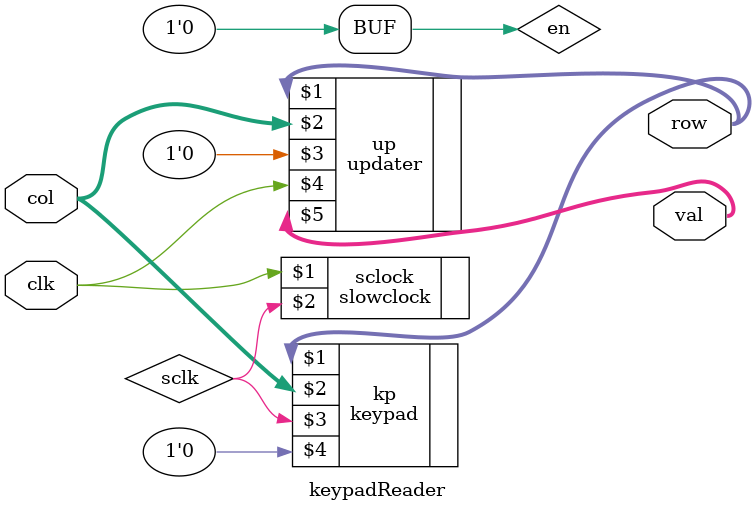
<source format=sv>
 module keypadReader(input logic clk,
					      //jbai output logic [6:0] seg,
					      //jbai output logic use_left,
					      //jbai output logic use_right,
					      output logic [3:0] row,
					      input logic [3:0] col,
							output logic [3:0] val //jbai
					      //jbai output logic [7:0] led
);
	//logic [3:0] s_right = 0;//jbai , s_left = 0;
	logic sclk, en = 0;
	slowclock sclock(clk, sclk);
	keypad kp(row, col, sclk, en); //jbai
	
	updater up(row, col, en, clk, val); //jbai
	
	//jbai display_two dt(s_right, s_left, clk, seg, use_left, use_right);
	
endmodule

</source>
